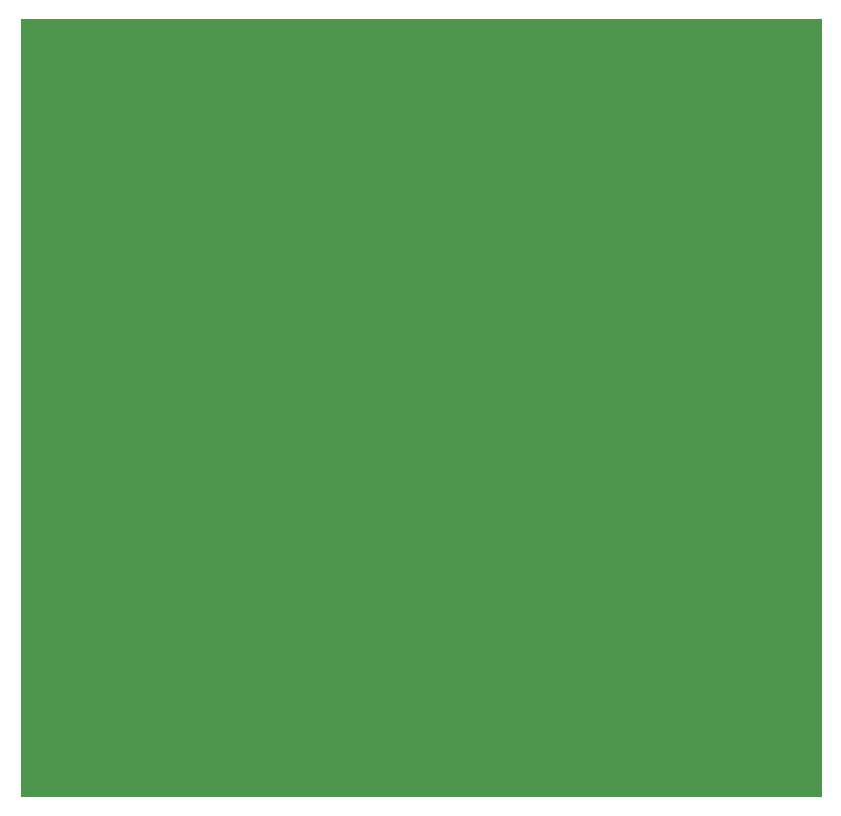
<source format=gbr>
%TF.GenerationSoftware,KiCad,Pcbnew,(6.0.2-0)*%
%TF.CreationDate,2022-02-22T22:16:16+08:00*%
%TF.ProjectId,TPA3125D2,54504133-3132-4354-9432-2e6b69636164,rev?*%
%TF.SameCoordinates,Original*%
%TF.FileFunction,Soldermask,Bot*%
%TF.FilePolarity,Negative*%
%FSLAX46Y46*%
G04 Gerber Fmt 4.6, Leading zero omitted, Abs format (unit mm)*
G04 Created by KiCad (PCBNEW (6.0.2-0)) date 2022-02-22 22:16:16*
%MOMM*%
%LPD*%
G01*
G04 APERTURE LIST*
G04 Aperture macros list*
%AMRoundRect*
0 Rectangle with rounded corners*
0 $1 Rounding radius*
0 $2 $3 $4 $5 $6 $7 $8 $9 X,Y pos of 4 corners*
0 Add a 4 corners polygon primitive as box body*
4,1,4,$2,$3,$4,$5,$6,$7,$8,$9,$2,$3,0*
0 Add four circle primitives for the rounded corners*
1,1,$1+$1,$2,$3*
1,1,$1+$1,$4,$5*
1,1,$1+$1,$6,$7*
1,1,$1+$1,$8,$9*
0 Add four rect primitives between the rounded corners*
20,1,$1+$1,$2,$3,$4,$5,0*
20,1,$1+$1,$4,$5,$6,$7,0*
20,1,$1+$1,$6,$7,$8,$9,0*
20,1,$1+$1,$8,$9,$2,$3,0*%
G04 Aperture macros list end*
%ADD10C,0.100000*%
%ADD11R,1.600000X1.600000*%
%ADD12C,1.600000*%
%ADD13RoundRect,0.250000X0.620000X-0.620000X0.620000X0.620000X-0.620000X0.620000X-0.620000X-0.620000X0*%
%ADD14C,1.740000*%
%ADD15R,3.500000X3.500000*%
%ADD16RoundRect,0.750000X1.000000X-0.750000X1.000000X0.750000X-1.000000X0.750000X-1.000000X-0.750000X0*%
%ADD17RoundRect,0.875000X0.875000X-0.875000X0.875000X0.875000X-0.875000X0.875000X-0.875000X-0.875000X0*%
%ADD18RoundRect,0.250000X0.620000X0.620000X-0.620000X0.620000X-0.620000X-0.620000X0.620000X-0.620000X0*%
%ADD19RoundRect,0.250000X-0.620000X-0.620000X0.620000X-0.620000X0.620000X0.620000X-0.620000X0.620000X0*%
%ADD20C,2.400000*%
%ADD21O,2.400000X2.400000*%
%ADD22C,2.340000*%
%ADD23R,2.400000X1.600000*%
%ADD24O,2.400000X1.600000*%
%ADD25C,1.200000*%
%ADD26R,2.500000X1.800000*%
%ADD27R,1.800000X2.500000*%
%ADD28R,2.000000X2.000000*%
%ADD29C,2.000000*%
%ADD30RoundRect,0.250000X1.950000X0.700000X-1.950000X0.700000X-1.950000X-0.700000X1.950000X-0.700000X0*%
%ADD31RoundRect,0.250000X-0.475000X0.337500X-0.475000X-0.337500X0.475000X-0.337500X0.475000X0.337500X0*%
%ADD32RoundRect,0.250000X0.475000X-0.337500X0.475000X0.337500X-0.475000X0.337500X-0.475000X-0.337500X0*%
%ADD33RoundRect,0.250000X-0.337500X-0.475000X0.337500X-0.475000X0.337500X0.475000X-0.337500X0.475000X0*%
%ADD34RoundRect,0.250000X-0.450000X0.350000X-0.450000X-0.350000X0.450000X-0.350000X0.450000X0.350000X0*%
%ADD35RoundRect,0.250000X-0.350000X-0.450000X0.350000X-0.450000X0.350000X0.450000X-0.350000X0.450000X0*%
%ADD36RoundRect,0.250000X-1.950000X-0.700000X1.950000X-0.700000X1.950000X0.700000X-1.950000X0.700000X0*%
%ADD37RoundRect,0.237500X0.300000X0.237500X-0.300000X0.237500X-0.300000X-0.237500X0.300000X-0.237500X0*%
%ADD38RoundRect,0.237500X-0.237500X0.300000X-0.237500X-0.300000X0.237500X-0.300000X0.237500X0.300000X0*%
%ADD39RoundRect,0.237500X-0.300000X-0.237500X0.300000X-0.237500X0.300000X0.237500X-0.300000X0.237500X0*%
%ADD40RoundRect,0.250000X0.450000X-0.350000X0.450000X0.350000X-0.450000X0.350000X-0.450000X-0.350000X0*%
%ADD41RoundRect,0.250000X0.350000X0.450000X-0.350000X0.450000X-0.350000X-0.450000X0.350000X-0.450000X0*%
G04 APERTURE END LIST*
D10*
X172000000Y-111500000D02*
X104250000Y-111500000D01*
X104250000Y-111500000D02*
X104250000Y-45750000D01*
X104250000Y-45750000D02*
X172000000Y-45750000D01*
X172000000Y-45750000D02*
X172000000Y-111500000D01*
G36*
X172000000Y-111500000D02*
G01*
X104250000Y-111500000D01*
X104250000Y-45750000D01*
X172000000Y-45750000D01*
X172000000Y-111500000D01*
G37*
X172000000Y-111500000D02*
X104250000Y-111500000D01*
X104250000Y-45750000D01*
X172000000Y-45750000D01*
X172000000Y-111500000D01*
D11*
%TO.C,C3*%
X128000000Y-80000000D03*
D12*
X124500000Y-80000000D03*
%TD*%
D11*
%TO.C,C7*%
X132250000Y-84500000D03*
D12*
X132250000Y-88000000D03*
%TD*%
D11*
%TO.C,C8*%
X128000000Y-92500000D03*
D12*
X124500000Y-92500000D03*
%TD*%
%TO.C,C14*%
X145000000Y-62000000D03*
X140000000Y-62000000D03*
%TD*%
%TO.C,C15*%
X145000000Y-94000000D03*
X140000000Y-94000000D03*
%TD*%
%TO.C,C22*%
X155000000Y-76750000D03*
X160000000Y-76750000D03*
%TD*%
D13*
%TO.C,J3*%
X131750000Y-65750000D03*
D14*
X131750000Y-63210000D03*
%TD*%
D15*
%TO.C,J2*%
X113292500Y-96000000D03*
D16*
X113292500Y-102000000D03*
D17*
X117992500Y-99000000D03*
%TD*%
D18*
%TO.C,J4*%
X148750000Y-54750000D03*
D14*
X146210000Y-54750000D03*
%TD*%
D19*
%TO.C,J5*%
X146250000Y-103250000D03*
D14*
X148790000Y-103250000D03*
%TD*%
D20*
%TO.C,L1*%
X157988000Y-69596000D03*
D21*
X157988000Y-64516000D03*
%TD*%
D20*
%TO.C,L2*%
X160528000Y-88392000D03*
D21*
X165608000Y-88392000D03*
%TD*%
D22*
%TO.C,RV1*%
X112000000Y-58000000D03*
X112000000Y-63000000D03*
X112000000Y-68000000D03*
X117000000Y-58000000D03*
X117000000Y-63000000D03*
X117000000Y-68000000D03*
%TD*%
D23*
%TO.C,U1*%
X138750000Y-66500000D03*
D24*
X138750000Y-69040000D03*
X138750000Y-71580000D03*
X138750000Y-74120000D03*
X138750000Y-76660000D03*
X138750000Y-79200000D03*
X138750000Y-81740000D03*
X138750000Y-84280000D03*
X138750000Y-86820000D03*
X138750000Y-89360000D03*
X146370000Y-89360000D03*
X146370000Y-86820000D03*
X146370000Y-84280000D03*
X146370000Y-81740000D03*
X146370000Y-79200000D03*
X146370000Y-76660000D03*
X146370000Y-74120000D03*
X146370000Y-71580000D03*
X146370000Y-69040000D03*
X146370000Y-66500000D03*
%TD*%
D11*
%TO.C,C2*%
X134000000Y-73750000D03*
D12*
X130500000Y-73750000D03*
%TD*%
%TO.C,C20*%
X150750000Y-65500000D03*
X150750000Y-70500000D03*
%TD*%
D25*
%TO.C,J1*%
X111000000Y-78500000D03*
X108500000Y-88500000D03*
X111000000Y-88500000D03*
X116000000Y-83500000D03*
X108500000Y-78500000D03*
D26*
X116000000Y-88500000D03*
X116000000Y-86000000D03*
D27*
X111000000Y-83500000D03*
D26*
X116000000Y-78500000D03*
X116000000Y-81000000D03*
%TD*%
D28*
%TO.C,C9*%
X132250000Y-54500000D03*
D29*
X139750000Y-54500000D03*
%TD*%
D28*
%TO.C,C10*%
X139750000Y-103250000D03*
D29*
X132250000Y-103250000D03*
%TD*%
D12*
%TO.C,C27*%
X169164000Y-62524000D03*
X169164000Y-67524000D03*
%TD*%
%TO.C,C28*%
X162600000Y-96012000D03*
X167600000Y-96012000D03*
%TD*%
D28*
%TO.C,C29*%
X163250000Y-54500000D03*
D29*
X155750000Y-54500000D03*
%TD*%
D28*
%TO.C,C32*%
X163250000Y-103250000D03*
D29*
X155750000Y-103250000D03*
%TD*%
D20*
%TO.C,R11*%
X165354000Y-62530000D03*
D21*
X165354000Y-67610000D03*
%TD*%
D12*
%TO.C,C18*%
X150750000Y-88500000D03*
X150750000Y-83500000D03*
%TD*%
D20*
%TO.C,R1*%
X126000000Y-56250000D03*
D21*
X126000000Y-61330000D03*
%TD*%
D20*
%TO.C,R2*%
X126000000Y-70250000D03*
D21*
X126000000Y-65170000D03*
%TD*%
D20*
%TO.C,R6*%
X150750000Y-74250000D03*
D21*
X150750000Y-79330000D03*
%TD*%
D20*
%TO.C,R10*%
X160000000Y-80500000D03*
D21*
X154920000Y-80500000D03*
%TD*%
D20*
%TO.C,R12*%
X149652000Y-96266000D03*
D21*
X154732000Y-96266000D03*
%TD*%
D12*
%TO.C,C24*%
X164338000Y-76708000D03*
X169338000Y-76708000D03*
%TD*%
D30*
%TO.C,C12*%
X140350000Y-103250000D03*
X131650000Y-103250000D03*
%TD*%
D31*
%TO.C,C21*%
X150750000Y-66962500D03*
X150750000Y-69037500D03*
%TD*%
D32*
%TO.C,C17*%
X150750000Y-86787500D03*
X150750000Y-84712500D03*
%TD*%
D33*
%TO.C,C26*%
X164041000Y-96012000D03*
X166116000Y-96012000D03*
%TD*%
D30*
%TO.C,C31*%
X163850000Y-103250000D03*
X155150000Y-103250000D03*
%TD*%
D34*
%TO.C,R8*%
X165354000Y-64024000D03*
X165354000Y-66024000D03*
%TD*%
D35*
%TO.C,R9*%
X151416000Y-96266000D03*
X153416000Y-96266000D03*
%TD*%
D36*
%TO.C,C11*%
X131900000Y-54500000D03*
X140600000Y-54500000D03*
%TD*%
D37*
%TO.C,C13*%
X143225000Y-62000000D03*
X141500000Y-62000000D03*
%TD*%
%TO.C,C1*%
X133112500Y-73750000D03*
X131387500Y-73750000D03*
%TD*%
%TO.C,C4*%
X127112500Y-80000000D03*
X125387500Y-80000000D03*
%TD*%
D38*
%TO.C,C5*%
X132250000Y-85387500D03*
X132250000Y-87112500D03*
%TD*%
D37*
%TO.C,C16*%
X143225000Y-94000000D03*
X141500000Y-94000000D03*
%TD*%
D39*
%TO.C,C19*%
X156387500Y-76750000D03*
X158112500Y-76750000D03*
%TD*%
D37*
%TO.C,C6*%
X127112500Y-92500000D03*
X125387500Y-92500000D03*
%TD*%
D34*
%TO.C,R3*%
X126000000Y-58000000D03*
X126000000Y-60000000D03*
%TD*%
D40*
%TO.C,R4*%
X126000000Y-68750000D03*
X126000000Y-66750000D03*
%TD*%
D34*
%TO.C,R5*%
X150750000Y-75750000D03*
X150750000Y-77750000D03*
%TD*%
D41*
%TO.C,R7*%
X158250000Y-80500000D03*
X156250000Y-80500000D03*
%TD*%
D33*
%TO.C,C23*%
X165862000Y-76708000D03*
X167937000Y-76708000D03*
%TD*%
D31*
%TO.C,C25*%
X169164000Y-63986500D03*
X169164000Y-66061500D03*
%TD*%
D30*
%TO.C,C30*%
X163850000Y-54500000D03*
X155150000Y-54500000D03*
%TD*%
M02*

</source>
